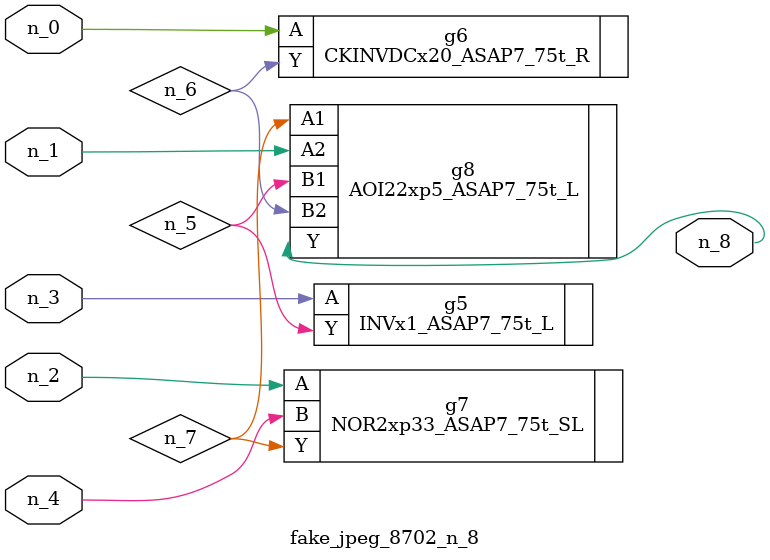
<source format=v>
module fake_jpeg_8702_n_8 (n_3, n_2, n_1, n_0, n_4, n_8);

input n_3;
input n_2;
input n_1;
input n_0;
input n_4;

output n_8;

wire n_6;
wire n_5;
wire n_7;

INVx1_ASAP7_75t_L g5 ( 
.A(n_3),
.Y(n_5)
);

CKINVDCx20_ASAP7_75t_R g6 ( 
.A(n_0),
.Y(n_6)
);

NOR2xp33_ASAP7_75t_SL g7 ( 
.A(n_2),
.B(n_4),
.Y(n_7)
);

AOI22xp5_ASAP7_75t_L g8 ( 
.A1(n_7),
.A2(n_1),
.B1(n_5),
.B2(n_6),
.Y(n_8)
);


endmodule
</source>
